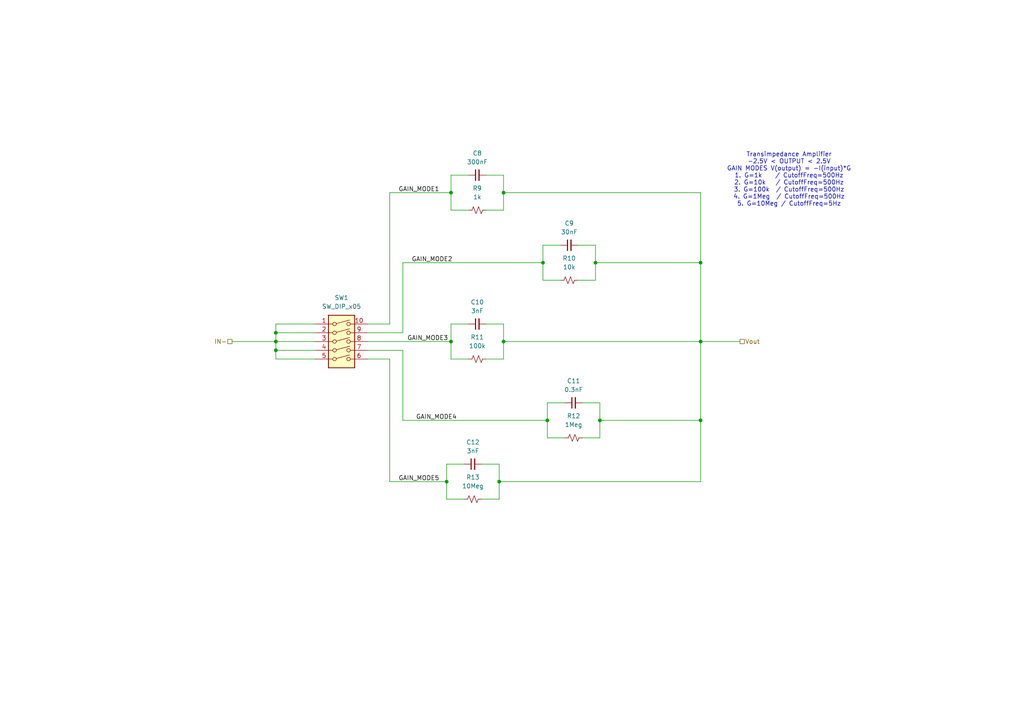
<source format=kicad_sch>
(kicad_sch (version 20231120) (generator "eeschema") (generator_version "8.0")
  (paper "A4")
  (title_block (title "PEtra") (date "2025-01-17") (rev "2") (company "IIS") (comment 1 "Author: Marc-André Wessner"))
  (lib_symbols
    (symbol "Device:C_Small" (pin_numbers hide) (pin_names (offset 0.254) hide)
      (property "Reference" "C" (at 0.254 1.778 0))
      (property "Value" "C_Small" (at 0.254 -2.032 0))
      (symbol "C_Small_0_1"
        (polyline (pts (xy -1.524 -0.508) (xy 1.524 -0.508)) (stroke (width 0.3302)))
        (polyline (pts (xy -1.524 0.508) (xy 1.524 0.508)) (stroke (width 0.3048)))
      )
      (symbol "C_Small_1_1"
        (pin passive line (at 0 2.54 270) (length 2.032) (name "~") (number "1"))
        (pin passive line (at 0 -2.54 90) (length 2.032) (name "~") (number "2"))
      )
    )
    (symbol "Device:R_Small_US" (pin_numbers hide) (pin_names (offset 0.254) hide)
      (property "Reference" "R" (at 0.762 0.508 0))
      (property "Value" "R_Small_US" (at 0.762 -1.016 0))
      (symbol "R_Small_US_1_1"
        (polyline (pts (xy 0 0) (xy 1.016 -0.381) (xy 0 -0.762) (xy -1.016 -1.143) (xy 0 -1.524)))
        (polyline (pts (xy 0 1.524) (xy 1.016 1.143) (xy 0 0.762) (xy -1.016 0.381) (xy 0 0)))
        (pin passive line (at 0 2.54 270) (length 1.016) (name "~") (number "1"))
        (pin passive line (at 0 -2.54 90) (length 1.016) (name "~") (number "2"))
      )
    )
    (symbol "Switch:SW_DIP_x05" (pin_names (offset 0) hide)
      (property "Reference" "SW" (at 0 8.89 0))
      (property "Value" "SW_DIP_x05" (at 0 -8.89 0))
      (symbol "SW_DIP_x05_0_0"
        (circle (center -2.032 -5.08) (radius 0.508))
        (circle (center -2.032 -2.54) (radius 0.508))
        (circle (center -2.032 0) (radius 0.508))
        (circle (center -2.032 2.54) (radius 0.508))
        (circle (center -2.032 5.08) (radius 0.508))
        (polyline (pts (xy -1.524 -4.9276) (xy 2.3622 -3.8862)))
        (polyline (pts (xy -1.524 -2.3876) (xy 2.3622 -1.3462)))
        (polyline (pts (xy -1.524 0.127) (xy 2.3622 1.1684)))
        (polyline (pts (xy -1.524 2.667) (xy 2.3622 3.7084)))
        (polyline (pts (xy -1.524 5.207) (xy 2.3622 6.2484)))
        (circle (center 2.032 -5.08) (radius 0.508))
        (circle (center 2.032 -2.54) (radius 0.508))
        (circle (center 2.032 0) (radius 0.508))
        (circle (center 2.032 2.54) (radius 0.508))
        (circle (center 2.032 5.08) (radius 0.508))
      )
      (symbol "SW_DIP_x05_0_1"
        (rectangle (start -3.81 7.62) (end 3.81 -7.62) (stroke (width 0.254)) (fill (type background)))
      )
      (symbol "SW_DIP_x05_1_1"
        (pin passive line (at -7.62 5.08 0) (length 5.08) (name "~") (number "1"))
        (pin passive line (at 7.62 5.08 180) (length 5.08) (name "~") (number "10"))
        (pin passive line (at -7.62 2.54 0) (length 5.08) (name "~") (number "2"))
        (pin passive line (at -7.62 0 0) (length 5.08) (name "~") (number "3"))
        (pin passive line (at -7.62 -2.54 0) (length 5.08) (name "~") (number "4"))
        (pin passive line (at -7.62 -5.08 0) (length 5.08) (name "~") (number "5"))
        (pin passive line (at 7.62 -5.08 180) (length 5.08) (name "~") (number "6"))
        (pin passive line (at 7.62 -2.54 180) (length 5.08) (name "~") (number "7"))
        (pin passive line (at 7.62 0 180) (length 5.08) (name "~") (number "8"))
        (pin passive line (at 7.62 2.54 180) (length 5.08) (name "~") (number "9"))
      )
    )
  )
  (junction (at 80.01 99.06))
  (junction (at 157.48 76.2))
  (junction (at 172.72 76.2))
  (junction (at 80.01 101.6))
  (junction (at 80.01 96.52))
  (junction (at 130.81 99.06))
  (junction (at 146.05 99.06))
  (junction (at 203.2 76.2))
  (junction (at 203.2 121.92))
  (junction (at 129.54 139.7))
  (junction (at 203.2 99.06))
  (junction (at 146.05 55.88))
  (junction (at 144.78 139.7))
  (junction (at 173.99 121.92))
  (junction (at 158.75 121.92))
  (junction (at 130.81 55.88))
  (wire (pts (xy 106.68 96.52) (xy 116.84 96.52)))
  (wire (pts (xy 203.2 76.2) (xy 203.2 99.06)))
  (wire (pts (xy 80.01 96.52) (xy 80.01 99.06)))
  (wire (pts (xy 130.81 50.8) (xy 130.81 55.88)))
  (wire (pts (xy 130.81 93.98) (xy 130.81 99.06)))
  (wire (pts (xy 203.2 139.7) (xy 144.78 139.7)))
  (wire (pts (xy 113.03 93.98) (xy 113.03 55.88)))
  (wire (pts (xy 129.54 134.62) (xy 129.54 139.7)))
  (wire (pts (xy 146.05 104.14) (xy 140.97 104.14)))
  (wire (pts (xy 157.48 76.2) (xy 157.48 81.28)))
  (wire (pts (xy 203.2 99.06) (xy 203.2 121.92)))
  (wire (pts (xy 113.03 55.88) (xy 130.81 55.88)))
  (wire (pts (xy 158.75 116.84) (xy 158.75 121.92)))
  (wire (pts (xy 130.81 99.06) (xy 130.81 104.14)))
  (wire (pts (xy 116.84 76.2) (xy 157.48 76.2)))
  (wire (pts (xy 80.01 101.6) (xy 80.01 104.14)))
  (wire (pts (xy 172.72 76.2) (xy 172.72 81.28)))
  (wire (pts (xy 158.75 116.84) (xy 163.83 116.84)))
  (wire (pts (xy 80.01 99.06) (xy 91.44 99.06)))
  (wire (pts (xy 157.48 71.12) (xy 157.48 76.2)))
  (wire (pts (xy 91.44 96.52) (xy 80.01 96.52)))
  (wire (pts (xy 135.89 60.96) (xy 130.81 60.96)))
  (wire (pts (xy 135.89 104.14) (xy 130.81 104.14)))
  (wire (pts (xy 173.99 116.84) (xy 173.99 121.92)))
  (wire (pts (xy 172.72 81.28) (xy 167.64 81.28)))
  (wire (pts (xy 173.99 121.92) (xy 173.99 127)))
  (wire (pts (xy 146.05 93.98) (xy 146.05 99.06)))
  (wire (pts (xy 167.64 71.12) (xy 172.72 71.12)))
  (wire (pts (xy 144.78 134.62) (xy 144.78 139.7)))
  (wire (pts (xy 203.2 55.88) (xy 203.2 76.2)))
  (wire (pts (xy 129.54 134.62) (xy 134.62 134.62)))
  (wire (pts (xy 146.05 99.06) (xy 203.2 99.06)))
  (wire (pts (xy 168.91 116.84) (xy 173.99 116.84)))
  (wire (pts (xy 130.81 93.98) (xy 135.89 93.98)))
  (wire (pts (xy 172.72 71.12) (xy 172.72 76.2)))
  (wire (pts (xy 80.01 93.98) (xy 80.01 96.52)))
  (wire (pts (xy 146.05 99.06) (xy 146.05 104.14)))
  (wire (pts (xy 91.44 101.6) (xy 80.01 101.6)))
  (wire (pts (xy 173.99 127) (xy 168.91 127)))
  (wire (pts (xy 113.03 104.14) (xy 113.03 139.7)))
  (wire (pts (xy 158.75 121.92) (xy 116.84 121.92)))
  (wire (pts (xy 106.68 101.6) (xy 116.84 101.6)))
  (wire (pts (xy 158.75 121.92) (xy 158.75 127)))
  (wire (pts (xy 140.97 50.8) (xy 146.05 50.8)))
  (wire (pts (xy 113.03 139.7) (xy 129.54 139.7)))
  (wire (pts (xy 146.05 50.8) (xy 146.05 55.88)))
  (wire (pts (xy 130.81 50.8) (xy 135.89 50.8)))
  (wire (pts (xy 106.68 93.98) (xy 113.03 93.98)))
  (wire (pts (xy 106.68 99.06) (xy 130.81 99.06)))
  (wire (pts (xy 146.05 55.88) (xy 203.2 55.88)))
  (wire (pts (xy 116.84 96.52) (xy 116.84 76.2)))
  (wire (pts (xy 163.83 127) (xy 158.75 127)))
  (wire (pts (xy 172.72 76.2) (xy 203.2 76.2)))
  (wire (pts (xy 139.7 134.62) (xy 144.78 134.62)))
  (wire (pts (xy 144.78 144.78) (xy 139.7 144.78)))
  (wire (pts (xy 157.48 71.12) (xy 162.56 71.12)))
  (wire (pts (xy 134.62 144.78) (xy 129.54 144.78)))
  (wire (pts (xy 203.2 121.92) (xy 203.2 139.7)))
  (wire (pts (xy 91.44 104.14) (xy 80.01 104.14)))
  (wire (pts (xy 203.2 99.06) (xy 214.63 99.06)))
  (wire (pts (xy 162.56 81.28) (xy 157.48 81.28)))
  (wire (pts (xy 129.54 139.7) (xy 129.54 144.78)))
  (wire (pts (xy 146.05 55.88) (xy 146.05 60.96)))
  (wire (pts (xy 146.05 60.96) (xy 140.97 60.96)))
  (wire (pts (xy 173.99 121.92) (xy 203.2 121.92)))
  (wire (pts (xy 106.68 104.14) (xy 113.03 104.14)))
  (wire (pts (xy 140.97 93.98) (xy 146.05 93.98)))
  (wire (pts (xy 116.84 121.92) (xy 116.84 101.6)))
  (wire (pts (xy 130.81 55.88) (xy 130.81 60.96)))
  (wire (pts (xy 80.01 93.98) (xy 91.44 93.98)))
  (wire (pts (xy 80.01 99.06) (xy 80.01 101.6)))
  (wire (pts (xy 67.31 99.06) (xy 80.01 99.06)))
  (wire (pts (xy 144.78 139.7) (xy 144.78 144.78)))
  (text "Transimpedance Amplifier\n-2.5V < OUTPUT < 2.5V\nGAIN MODES V(output) = -I(input)*G\n1. G=1k    / CutoffFreq=500Hz\n2. G=10k   / CutoffFreq=500Hz\n3. G=100k  / CutoffFreq=500Hz\n4. G=1Meg  / CutoffFreq=500Hz\n5. G=10Meg / CutoffFreq=5Hz" (at 228.854 52.07 0) (effects (font (size 1.27 1.27))))
  (label "GAIN_MODE1" (at 115.57 55.88 0))
  (label "GAIN_MODE4" (at 120.65 121.92 0))
  (label "GAIN_MODE3" (at 118.11 99.06 0))
  (label "GAIN_MODE5" (at 115.57 139.7 0))
  (label "GAIN_MODE2" (at 119.38 76.2 0))
  (hierarchical_label "IN-" (shape passive) (at 67.31 99.06 180))
  (hierarchical_label "Vout" (shape passive) (at 214.63 99.06 0))
  (symbol (lib_id "Device:R_Small_US") (at 165.1 81.28 90) (unit 1)
    (property "Reference" "R10" (at 165.1 74.93 90))
    (property "Value" "10k" (at 165.1 77.47 90))
    (property "Footprint" "Resistor_SMD:R_0603_1608Metric" (effects (hide yes)))
    (property "Description" "Resistor, small US symbol" (effects (hide yes)))
  )
  (symbol (lib_id "Device:C_Small") (at 166.37 116.84 90) (unit 1)
    (property "Reference" "C11" (at 166.3763 110.49 90))
    (property "Value" "0.3nF" (at 166.3763 113.03 90))
    (property "Footprint" "Capacitor_SMD:C_0603_1608Metric" (effects (hide yes)))
    (property "Datasheet" "https://www.digikey.ch/de/products/detail/kyocera-avx/06035A321FAT2A/1599788" (effects (hide yes)))
    (property "Description" "Unpolarized capacitor, small symbol" (effects (hide yes)))
  )
  (symbol (lib_id "Device:R_Small_US") (at 166.37 127 90) (unit 1)
    (property "Reference" "R12" (at 166.37 120.65 90))
    (property "Value" "1Meg" (at 166.37 123.19 90))
    (property "Footprint" "Resistor_SMD:R_0603_1608Metric" (effects (hide yes)))
    (property "Datasheet" "https://www.digikey.ch/de/products/detail/yageo/RC0603FR-071ML/726844" (effects (hide yes)))
    (property "Description" "Resistor, small US symbol" (effects (hide yes)))
  )
  (symbol (lib_id "Device:R_Small_US") (at 137.16 144.78 90) (unit 1)
    (property "Reference" "R13" (at 137.16 138.43 90))
    (property "Value" "10Meg" (at 137.16 140.97 90))
    (property "Footprint" "Resistor_SMD:R_0603_1608Metric" (effects (hide yes)))
    (property "Datasheet" "https://www.digikey.ch/de/products/detail/bourns-inc/CHV2010-FX-1005ELF/5175983" (effects (hide yes)))
    (property "Description" "Resistor, small US symbol" (effects (hide yes)))
  )
  (symbol (lib_id "Device:C_Small") (at 137.16 134.62 90) (unit 1)
    (property "Reference" "C12" (at 137.1663 128.27 90))
    (property "Value" "3nF" (at 137.1663 130.81 90))
    (property "Footprint" "Capacitor_SMD:C_0603_1608Metric" (effects (hide yes)))
    (property "Datasheet" "https://www.digikey.ch/de/products/detail/murata-electronics/GCM1885C1H302FA16J/17856011" (effects (hide yes)))
    (property "Description" "Unpolarized capacitor, small symbol" (effects (hide yes)))
  )
  (symbol (lib_id "Device:R_Small_US") (at 138.43 104.14 90) (unit 1)
    (property "Reference" "R11" (at 138.43 97.79 90))
    (property "Value" "100k" (at 138.43 100.33 90))
    (property "Footprint" "Resistor_SMD:R_0603_1608Metric" (effects (hide yes)))
    (property "Datasheet" "https://www.digikey.ch/de/products/detail/yageo/RC0603FR-07100KL/726889" (effects (hide yes)))
    (property "Description" "Resistor, small US symbol" (effects (hide yes)))
  )
  (symbol (lib_id "Device:C_Small") (at 138.43 93.98 90) (unit 1)
    (property "Reference" "C10" (at 138.4363 87.63 90))
    (property "Value" "3nF" (at 138.4363 90.17 90))
    (property "Footprint" "Capacitor_SMD:C_0603_1608Metric" (effects (hide yes)))
    (property "Datasheet" "https://www.digikey.ch/de/products/detail/murata-electronics/GCM1885C1H302FA16J/17856011" (effects (hide yes)))
    (property "Description" "Unpolarized capacitor, small symbol" (effects (hide yes)))
  )
  (symbol (lib_id "Device:R_Small_US") (at 138.43 60.96 90) (unit 1)
    (property "Reference" "R9" (at 138.43 54.61 90))
    (property "Value" "1k" (at 138.43 57.15 90))
    (property "Footprint" "Resistor_SMD:R_0603_1608Metric" (effects (hide yes)))
    (property "Datasheet" "https://www.digikey.ch/de/products/detail/yageo/RC0603FR-071KL/726843" (effects (hide yes)))
    (property "Description" "Resistor, small US symbol" (effects (hide yes)))
  )
  (symbol (lib_id "Device:C_Small") (at 165.1 71.12 90) (unit 1)
    (property "Reference" "C9" (at 165.1063 64.77 90))
    (property "Value" "30nF" (at 165.1063 67.31 90))
    (property "Footprint" "Capacitor_SMD:C_0603_1608Metric" (effects (hide yes)))
    (property "Datasheet" "https://www.digikey.ch/de/products/detail/tdk-corporation/C2012C0G1V303J060AC/6035666" (effects (hide yes)))
    (property "Description" "Unpolarized capacitor, small symbol" (effects (hide yes)))
  )
  (symbol (lib_id "Switch:SW_DIP_x05") (at 99.06 99.06 0) (unit 1)
    (property "Reference" "SW1" (at 99.06 86.36 0))
    (property "Value" "SW_DIP_x05" (at 99.06 88.9 0))
    (property "Footprint" "PEtra:SW5_219SMT" (effects (hide yes)))
    (property "Description" "5x DIP Switch, Single Pole Single Throw (SPST) switch, small symbol" (effects (hide yes)))
  )
  (symbol (lib_id "Device:C_Small") (at 138.43 50.8 90) (unit 1)
    (property "Reference" "C8" (at 138.4363 44.45 90))
    (property "Value" "300nF" (at 138.4363 46.99 90))
    (property "Footprint" "Capacitor_SMD:C_0603_1608Metric" (effects (hide yes)))
    (property "Datasheet" "https://www.digikey.ch/de/products/detail/kemet/C1812C304K1GLCAUTO/15195494" (effects (hide yes)))
    (property "Description" "Unpolarized capacitor, small symbol" (effects (hide yes)))
  )
)
</source>
